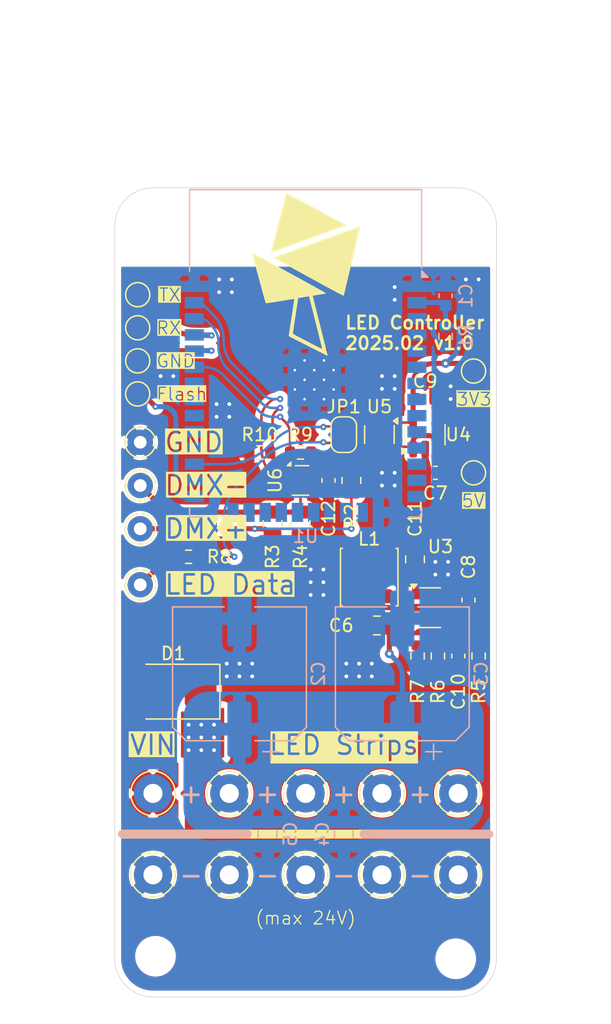
<source format=kicad_pcb>
(kicad_pcb (version 20240108) (generator "pcbnew") (generator_version "8.0")
  (layers (0 "F.Cu" signal) (31 "B.Cu" signal) (34 "B.Paste" user) (35 "F.Paste" user) (36 "B.SilkS" user "B.Silkscreen") (37 "F.SilkS" user "F.Silkscreen") (38 "B.Mask" user) (39 "F.Mask" user) (44 "Edge.Cuts" user))
  (net 0 "")
  (net 1 "Net-(U1-EN)")
  (net 2 "GND")
  (net 3 "+3V3")
  (net 10 "/LED Out")
  (net 12 "Net-(U3-SW)")
  (net 17 "Net-(U3-BOOT)")
  (net 24 "Net-(U3-FB)")
  (net 33 "DMX RX")
  (net 34 "+5V")
  (net 35 "DMX EN")
  (net 36 "DMX TX")
  (net 37 "VCC")
  (net 38 "Net-(C10-Pad1)")
  (net 39 "/Flash")
  (net 40 "/TX")
  (net 41 "/RX")
  (net 42 "/DMX A")
  (net 43 "/DMX B")
  (net 46 "/VIN")
  (net 48 "LED_Data")
  (net 49 "Net-(JP1-A)")
  (footprint "TestPoint:TestPoint_THTPad_D3.0mm_Drill1.5mm" (layer "F.Cu") (at 71.6 135.915)
    (property "Reference" "GND4" (hide yes))
    (property "Value" "TestPoint")
  )
  (footprint "Package_TO_SOT_SMD:SOT-363_SC-70-6" (layer "F.Cu") (at 77.4 101.315 -90)
    (property "Reference" "U5")
    (property "Value" "SN74LVC1T45DCK")
  )
  (footprint "TestPoint:TestPoint_THTPad_D2.0mm_Drill1.0mm" (layer "F.Cu") (at 58.6 105.315)
    (property "Reference" "DMX_B1" (hide yes))
    (property "Value" "TestPoint")
  )
  (footprint "Capacitor_SMD:C_0603_1608Metric" (layer "F.Cu") (at 81 98.515)
    (property "Reference" "C9")
    (property "Value" "1uF")
  )
  (footprint "TestPoint:TestPoint_THTPad_D3.0mm_Drill1.5mm" (layer "F.Cu") (at 77.6 135.915)
    (property "Reference" "GND5" (hide yes))
    (property "Value" "TestPoint")
  )
  (footprint "Resistor_SMD:R_0603_1608Metric" (layer "F.Cu") (at 85.2 118.715 -90)
    (property "Reference" "R5")
    (property "Value" "49.9R")
  )
  (footprint "TestPoint:TestPoint_THTPad_D3.0mm_Drill1.5mm" (layer "F.Cu") (at 59.6 135.915)
    (property "Reference" "GND2" (hide yes))
    (property "Value" "TestPoint")
  )
  (footprint "TestPoint:TestPoint_THTPad_D3.0mm_Drill1.5mm" (layer "F.Cu") (at 77.6 129.515)
    (property "Reference" "VCC5" (hide yes))
    (property "Value" "TestPoint")
  )
  (footprint "Capacitor_SMD:C_0603_1608Metric" (layer "F.Cu") (at 83.6 118.715 90)
    (property "Reference" "C10")
    (property "Value" "75p")
  )
  (footprint "Package_TO_SOT_SMD:SOT-583-8" (layer "F.Cu") (at 71.2 104.915)
    (property "Reference" "U6")
    (property "Value" "THVD1400D")
  )
  (footprint "TestPoint:TestPoint_THTPad_D3.0mm_Drill1.5mm" (layer "F.Cu") (at 65.6 135.915)
    (property "Reference" "GND3" (hide yes))
    (property "Value" "TestPoint")
  )
  (footprint "TestPoint:TestPoint_Pad_D1.5mm" (layer "F.Cu") (at 58.4 90.315)
    (property "Reference" "TX1" (hide yes))
    (property "Value" "TestPoint")
  )
  (footprint "MountingHole:MountingHole_2.7mm_M2.5" (layer "F.Cu") (at 59.8 142.315 90)
    (property "Reference" "H4" (hide yes))
    (property "Value" "MountingHole")
  )
  (footprint "Resistor_SMD:R_0603_1608Metric" (layer "F.Cu") (at 80.4 118.715 -90)
    (property "Reference" "R7")
    (property "Value" "13.3k")
  )
  (footprint "Capacitor_SMD:C_0603_1608Metric" (layer "F.Cu") (at 81.8 104.315 180)
    (property "Reference" "C7")
    (property "Value" "1uF")
  )
  (footprint "Resistor_SMD:R_0805_2012Metric" (layer "F.Cu") (at 69 108.315 90)
    (property "Reference" "R3")
    (property "Value" "120R")
  )
  (footprint "Resistor_SMD:R_0603_1608Metric" (layer "F.Cu") (at 68 102.715 180)
    (property "Reference" "R10")
    (property "Value" "10k")
  )
  (footprint "Capacitor_SMD:C_0805_2012Metric" (layer "F.Cu") (at 77.2 116.315 180)
    (property "Reference" "C6")
    (property "Value" "10u")
  )
  (footprint "Package_TO_SOT_SMD:SOT-23-5" (layer "F.Cu") (at 81 101.315 90)
    (property "Reference" "U4")
    (property "Value" "AP2112K-3.3")
  )
  (footprint "Diode_SMD:D_SMB" (layer "F.Cu") (at 61.2 121.515 180)
    (property "Reference" "D1")
    (property "Value" "D_Small")
  )
  (footprint "Capacitor_SMD:C_0805_2012Metric" (layer "F.Cu") (at 80.2 111.115 -90)
    (property "Reference" "C11")
    (property "Value" "22u")
  )
  (footprint "Resistor_SMD:R_0603_1608Metric" (layer "F.Cu") (at 62.4 110.915 180)
    (property "Reference" "R8")
    (property "Value" "100R")
  )
  (footprint "TestPoint:TestPoint_THTPad_D3.0mm_Drill1.5mm" (layer "F.Cu") (at 65.6 129.515)
    (property "Reference" "VCC3" (hide yes))
    (property "Value" "TestPoint")
  )
  (footprint "TestPoint:TestPoint_Pad_D1.5mm" (layer "F.Cu") (at 58.4 95.515)
    (property "Reference" "GND7" (hide yes))
    (property "Value" "TestPoint")
  )
  (footprint "TestPoint:TestPoint_THTPad_D2.0mm_Drill1.0mm" (layer "F.Cu") (at 58.6 113.115)
    (property "Reference" "LED_Data1" (hide yes))
    (property "Value" "TestPoint")
  )
  (footprint "TestPoint:TestPoint_THTPad_D3.0mm_Drill1.5mm" (layer "F.Cu") (at 83.6 129.515 90)
    (property "Reference" "VCC1" (hide yes))
    (property "Value" "TestPoint")
  )
  (footprint "TestPoint:TestPoint_THTPad_D2.0mm_Drill1.0mm" (layer "F.Cu") (at 58.6 101.915)
    (property "Reference" "GND6" (hide yes))
    (property "Value" "TestPoint")
  )
  (footprint "MountingHole:MountingHole_2.7mm_M2.5" (layer "F.Cu") (at 59.8 85.115)
    (property "Reference" "H1" (hide yes))
    (property "Value" "MountingHole")
  )
  (footprint "TestPoint:TestPoint_Pad_D1.5mm" (layer "F.Cu") (at 84.8 104.315)
    (property "Reference" "5V1" (hide yes))
    (property "Value" "TestPoint")
  )
  (footprint "Jumper:SolderJumper-2_P1.3mm_Open_RoundedPad1.0x1.5mm" (layer "F.Cu") (at 74.6 101.315 90)
    (property "Reference" "JP1")
    (property "Value" "noVLS")
  )
  (footprint "Capacitor_SMD:C_0603_1608Metric" (layer "F.Cu") (at 84.4 114.315 90)
    (property "Reference" "C8")
    (property "Value" "0.1u")
  )
  (footprint "TestPoint:TestPoint_Pad_D1.5mm" (layer "F.Cu") (at 84.8 96.315)
    (property "Reference" "3V1" (hide yes))
    (property "Value" "TestPoint")
  )
  (footprint "Resistor_SMD:R_0805_2012Metric" (layer "F.Cu") (at 75.2 104.915 -90)
    (property "Reference" "R2")
    (property "Value" "680R")
  )
  (footprint "Resistor_SMD:R_0603_1608Metric" (layer "F.Cu") (at 82 118.715 90)
    (property "Reference" "R6")
    (property "Value" "100k")
  )
  (footprint "MountingHole:MountingHole_2.7mm_M2.5" (layer "F.Cu") (at 83.4 142.515 90)
    (property "Reference" "H3" (hide yes))
    (property "Value" "MountingHole")
  )
  (footprint "TestPoint:TestPoint_Pad_D1.5mm" (layer "F.Cu") (at 58.4 98.115)
    (property "Reference" "Flash1" (hide yes))
    (property "Value" "TestPoint")
  )
  (footprint "TestPoint:TestPoint_THTPad_D3.0mm_Drill1.5mm" (layer "F.Cu") (at 59.6 129.515)
    (property "Reference" "VCC2" (hide yes))
    (property "Value" "TestPoint")
  )
  (footprint "Resistor_SMD:R_0603_1608Metric" (layer "F.Cu") (at 71.2 102.715 180)
    (property "Reference" "R9")
    (property "Value" "10k")
  )
  (footprint "TestPoint:TestPoint_Pad_D1.5mm" (layer "F.Cu") (at 58.4 92.915)
    (property "Reference" "RX1" (hide yes))
    (property "Value" "TestPoint")
  )
  (footprint "TestPoint:TestPoint_THTPad_D3.0mm_Drill1.5mm" (layer "F.Cu") (at 83.6 135.915 90)
    (property "Reference" "GND1" (hide yes))
    (property "Value" "TestPoint")
  )
  (footprint "TestPoint:TestPoint_THTPad_D3.0mm_Drill1.5mm" (layer "F.Cu") (at 71.6 129.515)
    (property "Reference" "VCC4" (hide yes))
    (property "Value" "TestPoint")
  )
  (footprint "Package_TO_SOT_SMD:SOT-23-6" (layer "F.Cu") (at 81.4 114.915)
    (property "Reference" "U3")
    (property "Value" "TPS54202DDC")
  )
  (footprint "LOGO" (layer "F.Cu") (at 71.6 88.715)
    (property "Reference" "G***" (hide yes))
    (property "Value" "LOGO" (hide yes))
  )
  (footprint "Capacitor_SMD:C_0603_1608Metric" (layer "F.Cu") (at 73.4 104.915 -90)
    (property "Reference" "C12")
    (property "Value" "1uF")
  )
  (footprint "Inductor_SMD:L_APV_ANR4020" (layer "F.Cu") (at 76.6 112.515 90)
    (property "Reference" "L1")
    (property "Value" "15uH")
  )
  (footprint "TestPoint:TestPoint_THTPad_D2.0mm_Drill1.0mm" (layer "F.Cu") (at 58.6 108.715)
    (property "Reference" "DMX_A1" (hide yes))
    (property "Value" "TestPoint")
  )
  (footprint "MountingHole:MountingHole_2.7mm_M2.5" (layer "F.Cu") (at 83.4 85.115)
    (property "Reference" "H2" (hide yes))
    (property "Value" "MountingHole")
  )
  (footprint "Resistor_SMD:R_0805_2012Metric" (layer "F.Cu") (at 71.2 108.315 -90)
    (property "Reference" "R4")
    (property "Value" "680R")
  )
  (footprint "Capacitor_SMD:C_0603_1608Metric" (layer "B.Cu") (at 82.6 90.4 90)
    (property "Reference" "C1")
    (property "Value" "1uF")
  )
  (footprint "Capacitor_SMD:C_0805_2012Metric" (layer "B.Cu") (at 74.6 132.715 -90)
    (property "Reference" "C4")
    (property "Value" "22u")
  )
  (footprint "Capacitor_SMD:CP_Elec_10x12.6" (layer "B.Cu") (at 79.2 120.115 90)
    (property "Reference" "C3")
    (property "Value" "1000u")
  )
  (footprint "Capacitor_SMD:C_0805_2012Metric" (layer "B.Cu") (at 68.6 132.715 -90)
    (property "Reference" "C5")
    (property "Value" "22u")
  )
  (footprint "RF_Module:ESP32-WROOM-32" (layer "B.Cu") (at 71.6 97.915 180)
    (property "Reference" "U1")
    (property "Value" "ESP32-WROOM-32")
  )
  (footprint "Capacitor_SMD:CP_Elec_10x12.6" (layer "B.Cu") (at 66.4 120.115 90)
    (property "Reference" "C2")
    (property "Value" "1000u")
  )
  (footprint "Resistor_SMD:R_0603_1608Metric" (layer "B.Cu") (at 82.6 93.6 -90)
    (property "Reference" "R1")
    (property "Value" "10k")
  )
  (gr_line (start 86 132.715) (end 76.2 132.715) (stroke (width 0.7)) (layer "B.SilkS"))
  (gr_line (start 67 132.715) (end 57.2 132.715) (stroke (width 0.7)) (layer "B.SilkS"))
  (gr_line (start 57.2 132.715) (end 86 132.715) (stroke (width 0.7)) (layer "F.SilkS"))
  (gr_arc (start 56.6 84.915) (mid 57.47868 82.79368) (end 59.6 81.915) (stroke (width 0.05)) (layer "Edge.Cuts"))
  (gr_line (start 83.6 145.515) (end 59.6 145.515) (stroke (width 0.05)) (layer "Edge.Cuts"))
  (gr_arc (start 83.6 81.915) (mid 85.72132 82.79368) (end 86.6 84.915) (stroke (width 0.05)) (layer "Edge.Cuts"))
  (gr_line (start 86.6 84.915) (end 86.6 142.515) (stroke (width 0.05)) (layer "Edge.Cuts"))
  (gr_line (start 56.6 142.515) (end 56.6 84.915) (stroke (width 0.05)) (layer "Edge.Cuts"))
  (gr_arc (start 86.6 142.515) (mid 85.72132 144.63632) (end 83.6 145.515) (stroke (width 0.05)) (layer "Edge.Cuts"))
  (gr_arc (start 59.6 145.515) (mid 57.47868 144.63632) (end 56.6 142.515) (stroke (width 0.05)) (layer "Edge.Cuts"))
  (gr_line (start 59.6 81.915) (end 83.6 81.915) (stroke (width 0.05)) (layer "Edge.Cuts"))
  (gr_text "-\n" (at 80.6 135.915 -0) (layer "B.SilkS") (effects (font (size 1.5 1.5) (thickness 0.2) (bold yes)) (justify mirror)))
  (gr_text "+\n" (at 62.6 129.515 -0) (layer "B.SilkS") (effects (font (size 1.5 1.5) (thickness 0.2) (bold yes)) (justify mirror)))
  (gr_text "-\n" (at 74.6 135.915 -0) (layer "B.SilkS") (effects (font (size 1.5 1.5) (thickness 0.2) (bold yes)) (justify mirror)))
  (gr_text "+\n" (at 80.6 129.515 -0) (layer "B.SilkS") (effects (font (size 1.5 1.5) (thickness 0.2) (bold yes)) (justify mirror)))
  (gr_text "-\n" (at 62.6 135.915 -0) (layer "B.SilkS") (effects (font (size 1.5 1.5) (thickness 0.2) (bold yes)) (justify mirror)))
  (gr_text "+\n" (at 68.6 129.515 -0) (layer "B.SilkS") (effects (font (size 1.5 1.5) (thickness 0.2) (bold yes)) (justify mirror)))
  (gr_text "-\n" (at 68.6 135.915 -0) (layer "B.SilkS") (effects (font (size 1.5 1.5) (thickness 0.2) (bold yes)) (justify mirror)))
  (gr_text "+\n" (at 74.6 129.515 -0) (layer "B.SilkS") (effects (font (size 1.5 1.5) (thickness 0.2) (bold yes)) (justify mirror)))
  (gr_text "GND" (at 59.8 96.115 0) (layer "F.SilkS" knockout) (effects (font (size 1 1) (thickness 0.1)) (justify left bottom)))
  (gr_text "DMX-\n" (at 60.4 105.315 0) (layer "F.SilkS" knockout) (effects (font (size 1.5 1.5) (thickness 0.2) (bold yes)) (justify left)))
  (gr_text "-\n" (at 74.6 135.915 0) (layer "F.SilkS") (effects (font (size 1.5 1.5) (thickness 0.2) (bold yes))))
  (gr_text "LED Data\n" (at 60.4 113.115 0) (layer "F.SilkS" knockout) (effects (font (size 1.5 1.5) (thickness 0.2) (bold yes)) (justify left)))
  (gr_text "VIN" (at 59.6 125.715 0) (layer "F.SilkS" knockout) (effects (font (size 1.5 1.5) (thickness 0.2) (bold yes))))
  (gr_text "-\n" (at 62.6 135.915 0) (layer "F.SilkS") (effects (font (size 1.5 1.5) (thickness 0.2) (bold yes))))
  (gr_text "RX" (at 59.8 93.515 0) (layer "F.SilkS" knockout) (effects (font (size 1 1) (thickness 0.1)) (justify left bottom)))
  (gr_text "-\n" (at 68.6 135.915 0) (layer "F.SilkS") (effects (font (size 1.5 1.5) (thickness 0.2) (bold yes))))
  (gr_text "LED Controller\n2025.02 v1.0" (at 74.6 94.715 0) (layer "F.SilkS") (effects (font (size 1 1) (thickness 0.2) (bold yes)) (justify left bottom)))
  (gr_text "TX" (at 60 90.915 0) (layer "F.SilkS" knockout) (effects (font (size 1 1) (thickness 0.1)) (justify left bottom)))
  (gr_text "(max 24V)\n" (at 71.6 139.315 0) (layer "F.SilkS") (effects (font (size 1 1) (thickness 0.1))))
  (gr_text "+\n" (at 80.6 129.515 0) (layer "F.SilkS") (effects (font (size 1.5 1.5) (thickness 0.2) (bold yes))))
  (gr_text "+\n" (at 68.6 129.515 0) (layer "F.SilkS") (effects (font (size 1.5 1.5) (thickness 0.2) (bold yes))))
  (gr_text "-\n" (at 80.6 135.915 0) (layer "F.SilkS") (effects (font (size 1.5 1.5) (thickness 0.2) (bold yes))))
  (gr_text "+\n" (at 62.6 129.515 0) (layer "F.SilkS") (effects (font (size 1.5 1.5) (thickness 0.2) (bold yes))))
  (gr_text "LED Strips" (at 74.6 125.715 0) (layer "F.SilkS" knockout) (effects (font (size 1.5 1.5) (thickness 0.2) (bold yes))))
  (gr_text "+\n" (at 74.6 129.515 0) (layer "F.SilkS") (effects (font (size 1.5 1.5) (thickness 0.2) (bold yes))))
  (gr_text "DMX+" (at 60.4 108.715 0) (layer "F.SilkS" knockout) (effects (font (size 1.5 1.5) (thickness 0.2) (bold yes)) (justify left)))
  (gr_text "3V3\n" (at 83.4 99.115 0) (layer "F.SilkS" knockout) (effects (font (size 1 1) (thickness 0.1)) (justify left bottom)))
  (gr_text "GND" (at 60.4 101.915 0) (layer "F.SilkS" knockout) (effects (font (size 1.5 1.5) (thickness 0.2) (bold yes)) (justify left)))
  (gr_text "5V" (at 83.8 107.115 0) (layer "F.SilkS" knockout) (effects (font (size 1 1) (thickness 0.1)) (justify left bottom)))
  (gr_text "Flash\n" (at 59.8 98.715 0) (layer "F.SilkS" knockout) (effects (font (size 1 1) (thickness 0.1)) (justify left bottom)))
  (segment (start 80.714998 92.205002) (end 80.35 92.205) (width 0.4) (layer "B.Cu") (net 1))
  (segment (start 81.338088 92.463098) (end 81.352506 92.477516) (width 0.4) (layer "B.Cu") (net 1))
  (segment (start 81.847486 93.672485) (end 82.6 94.425) (width 0.4) (layer "B.Cu") (net 1))
  (arc (start 80.714998 92.205002) (mid 81.052212 92.272079) (end 81.338088 92.463098) (width 0.4) (layer "B.Cu") (net 1))
  (arc (start 81.599996 93.075001) (mid 81.664318 93.398357) (end 81.847486 93.672485) (width 0.4) (layer "B.Cu") (net 1))
  (arc (start 81.352506 92.477516) (mid 81.535673 92.751644) (end 81.599996 93.075001) (width 0.4) (layer "B.Cu") (net 1))
  (segment (start 77.6 97.915) (end 77.8 97.715) (width 0.2) (layer "F.Cu") (net 2))
  (segment (start 73.3875 105.6775) (end 73.4 105.69) (width 0.2) (layer "F.Cu") (net 2))
  (segment (start 73.357322 105.665) (end 71.94 105.665) (width 0.2) (layer "F.Cu") (net 2))
  (segment (start 77.4 98.397842) (end 77.4 100.365) (width 0.2) (layer "F.Cu") (net 2))
  (via (at 78.6 97.715) (size 0.7) (drill 0.3) (layers "F.Cu" "B.Cu") (net 2))
  (via (at 78.6 105.315) (size 0.7) (drill 0.3) (layers "F.Cu" "B.Cu") (net 2))
  (via (at 65.6 98.915) (size 0.7) (drill 0.3) (layers "F.Cu" "B.Cu") (net 2))
  (via (at 75.8 119.315) (size 0.7) (drill 0.3) (layers "F.Cu" "B.Cu") (net 2))
  (via (at 75.8 120.315) (size 0.7) (drill 0.3) (layers "F.Cu" "B.Cu") (net 2))
  (via (at 78.6 89.715) (size 0.7) (drill 0.3) (layers "F.Cu" "B.Cu") (net 2))
  (via (at 76.8 119.315) (size 0.7) (drill 0.3) (layers "F.Cu" "B.Cu") (net 2))
  (via (at 85.2 89.115) (size 0.7) (drill 0.3) (layers "F.Cu" "B.Cu") (net 2))
  (via (at 84.2 89.115) (size 0.7) (drill 0.3) (layers "F.Cu" "B.Cu") (net 2))
  (via (at 74.8 119.315) (size 0.7) (drill 0.3) (layers "F.Cu" "B.Cu") (net 2))
  (via (at 72 113.915) (size 0.7) (drill 0.3) (layers "F.Cu" "B.Cu") (net 2))
  (via (at 82.8 112.315) (size 0.7) (drill 0.3) (layers "F.Cu" "B.Cu") (net 2))
  (via (at 77.6 97.715) (size 0.7) (drill 0.3) (layers "F.Cu" "B.Cu") (net 2))
  (via (at 65.4 119.315) (size 0.7) (drill 0.3) (layers "F.Cu" "B.Cu") (net 2))
  (via (at 77.6 105.315) (size 0.7) (drill 0.3) (layers "F.Cu" "B.Cu") (net 2))
  (via (at 66.4 119.315) (size 0.7) (drill 0.3) (layers "F.Cu" "B.Cu") (net 2))
  (via (at 78.6 96.715) (size 0.7) (drill 0.3) (layers "F.Cu" "B.Cu") (net 2))
  (via (at 82.8 111.315) (size 0.7) (drill 0.3) (layers "F.Cu" "B.Cu") (net 2))
  (via (at 64.6 99.915) (size 0.7) (drill 0.3) (layers "F.Cu" "B.Cu") (net 2))
  (via (at 77.6 96.715) (size 0.7) (drill 0.3) (layers "F.Cu" "B.Cu") (net 2))
  (via (at 72 112.915) (size 0.7) (drill 0.3) (layers "F.Cu" "B.Cu") (net 2))
  (via (at 73 111.915) (size 0.7) (drill 0.3) (layers "F.Cu" "B.Cu") (net 2))
  (via (at 81.8 112.315) (size 0.7) (drill 0.3) (layers "F.Cu" "B.Cu") (net 2))
  (via (at 65.8 89.115) (size 0.7) (drill 0.3) (layers "F.Cu" "B.Cu") (net 2))
  (via (at 64.8 89.115) (size 0.7) (drill 0.3) (layers "F.Cu" "B.Cu") (net 2))
  (via (at 61.2 96.715) (size 0.7) (drill 0.3) (layers "F.Cu" "B.Cu") (net 2))
  (via (at 72 111.915) (size 0.7) (drill 0.3) (layers "F.Cu" "B.Cu") (net 2))
  (via (at 83 98.515) (size 0.7) (drill 0.3) (layers "F.Cu" "B.Cu") (net 2))
  (via (at 64.6 98.915) (size 0.7) (drill 0.3) (layers "F.Cu" "B.Cu") (net 2))
  (via (at 66.4 120.315) (size 0.7) (drill 0.3) (layers "F.Cu" "B.Cu") (net 2))
  (via (at 65.4 120.315) (size 0.7) (drill 0.3) (layers "F.Cu" "B.Cu") (net 2))
  (via (at 67.4 119.315) (size 0.7) (drill 0.3) (layers "F.Cu" "B.Cu") (net 2))
  (via (at 65.8 90.115) (size 0.7) (drill 0.3) (layers "F.Cu" "B.Cu") (net 2))
  (via (at 60.2 96.715) (size 0.7) (drill 0.3) (layers "F.Cu" "B.Cu") (net 2))
  (via (at 73 113.915) (size 0.7) (drill 0.3) (layers "F.Cu" "B.Cu") (net 2))
  (via (at 74.8 120.315) (size 0.7) (drill 0.3) (layers "F.Cu" "B.Cu") (net 2))
  (via (at 64.8 90.115) (size 0.7) (drill 0.3) (layers "F.Cu" "B.Cu") (net 2))
  (via (at 65.6 99.915) (size 0.7) (drill 0.3) (layers "F.Cu" "B.Cu") (net 2))
  (via (at 81.8 111.315) (size 0.7) (drill 0.3) (layers "F.Cu" "B.Cu") (net 2))
  (via (at 83 97.515) (size 0.7) (drill 0.3) (layers "F.Cu" "B.Cu") (net 2))
  (via (at 78.6 90.715) (size 0.7) (drill 0.3) (layers "F.Cu" "B.Cu") (net 2))
  (via (at 67.4 120.315) (size 0.7) (drill 0.3) (layers "F.Cu" "B.Cu") (net 2))
  (via (at 76.8 120.315) (size 0.7) (drill 0.3) (layers "F.Cu" "B.Cu") (net 2))
  (via (at 78.6 104.315) (size 0.7) (drill 0.3) (layers "F.Cu" "B.Cu") (net 2))
  (via (at 77.6 104.315) (size 0.7) (drill 0.3) (layers "F.Cu" "B.Cu") (net 2))
  (via (at 73 112.915) (size 0.7) (drill 0.3) (layers "F.Cu" "B.Cu") (net 2))
  (arc (start 73.3875 105.6775) (mid 73.373654 105.668248) (end 73.357322 105.665) (width 0.2) (layer "F.Cu") (net 2))
  (arc (start 77.6 97.915) (mid 77.451978 98.136529) (end 77.4 98.397842) (width 0.2) (layer "F.Cu") (net 2))
  (segment (start 77.724999 101.696543) (end 77.486074 101.935469) (width 0.2) (layer "F.Cu") (net 3))
  (segment (start 80.05 97.336751) (end 80.05 100.044917) (width 0.4) (layer "F.Cu") (net 3))
  (segment (start 82.6 95.715) (end 81.671751 95.715) (width 0.4) (layer "F.Cu") (net 3))
  (segment (start 84.5 96.015) (end 84.8 96.315) (width 0.4) (layer "F.Cu") (net 3))
  (segment (start 83.775735 95.715) (end 82.6 95.715) (width 0.4) (layer "F.Cu") (net 3))
  (segment (start 78.05 100.911924) (end 78.05 100.365) (width 0.2) (layer "F.Cu") (net 3))
  (segment (start 79.729917 100.365) (end 78.05 100.365) (width 0.2) (layer "F.Cu") (net 3))
  (segment (start 77.4 102.143272) (end 77.4 102.265) (width 0.2) (layer "F.Cu") (net 3))
  (via (at 82.6 95.715) (size 0.7) (drill 0.3) (layers "F.Cu" "B.Cu") (net 3))
  (arc (start 77.486074 101.935469) (mid 77.422369 102.030809) (end 77.4 102.143272) (width 0.2) (layer "F.Cu") (net 3))
  (arc (start 80.525 96.19) (mid 80.173448 96.716133) (end 80.05 97.336751) (width 0.4) (layer "F.Cu") (net 3))
  (arc (start 84.5 96.015) (mid 84.167704 95.792967) (end 83.775735 95.715) (width 0.4) (layer "F.Cu") (net 3))
  (arc (start 78.05 100.911924) (mid 77.965534 101.336557) (end 77.724999 101.696543) (width 0.2) (layer "F.Cu") (net 3))
  (arc (start 80.05 100.044917) (mid 80.025635 100.167407) (end 79.95625 100.27125) (width 0.4) (layer "F.Cu") (net 3))
  (arc (start 81.671751 95.715) (mid 81.051133 95.838448) (end 80.525 96.19) (width 0.4) (layer "F.Cu") (net 3))
  (arc (start 79.95625 100.27125) (mid 79.852407 100.340635) (end 79.729917 100.365) (width 0.2) (layer "F.Cu") (net 3))
  (segment (start 83.660003 93.972158) (end 83.660003 93.304992) (width 0.4) (layer "B.Cu") (net 3))
  (segment (start 82.190293 90.935) (end 80.35 90.935) (width 0.4) (layer "B.Cu") (net 3))
  (segment (start 83.149536 95.204533) (end 82.652883 95.701186) (width 0.4) (layer "B.Cu") (net 3))
  (segment (start 82.6 92.775) (end 82.599999 91.344705) (width 0.4) (layer "B.Cu") (net 3))
  (segment (start 82.6 92.775) (end 83.130001 92.774995) (width 0.4) (layer "B.Cu") (net 3))
  (segment (start 82.619535 95.715) (end 82.6 95.715) (width 0.4) (layer "B.Cu") (net 3))
  (arc (start 82.652883 95.701186) (mid 82.637582 95.711409) (end 82.619535 95.715) (width 0.4) (layer "B.Cu") (net 3))
  (arc (start 82.479999 91.055) (mid 82.34708 90.966186) (end 82.190293 90.935) (width 0.4) (layer "B.Cu") (net 3))
  (arc (start 83.660003 93.304992) (mid 83.504768 92.930226) (end 83.130001 92.774995) (width 0.4) (layer "B.Cu") (net 3))
  (arc (start 82.479999 91.055) (mid 82.568812 91.187917) (end 82.599999 91.344705) (width 0.4) (layer "B.Cu") (net 3))
  (arc (start 83.660003 93.972158) (mid 83.527336 94.639114) (end 83.149536 95.204533) (width 0.4) (layer "B.Cu") (net 3))
  (segment (start 60.525996 111.189003) (end 58.6 113.115) (width 0.4) (layer "F.Cu") (net 10))
  (segment (start 61.1875 110.915) (end 61.575 110.915) (width 0.4) (layer "F.Cu") (net 10))
  (arc (start 61.1875 110.915) (mid 60.829496 110.986211) (end 60.525996 111.189003) (width 0.4) (layer "F.Cu") (net 10))
  (segment (start 58.6 112.705) (end 58.6 113.115) (width 0.4) (layer "B.Cu") (net 10))
  (segment (start 81.325007 114.063967) (end 81.325011 114.232158) (width 0.4) (layer "F.Cu") (net 12))
  (segment (start 77.05 114.464999) (end 76.6 114.015) (width 0.4) (layer "F.Cu") (net 12))
  (segment (start 84.262499 113.4025) (end 84.4 113.54) (width 0.4) (layer "F.Cu") (net 12))
  (segment (start 83.930544 113.265001) (end 82.123972 113.265011) (width 0.4) (layer "F.Cu") (net 12))
  (segment (start 80.759373 114.914999) (end 80.428124 114.915) (width 0.4) (layer "F.Cu") (net 12))
  (segment (start 80.428124 114.915) (end 80.262499 114.915) (width 0.4) (layer "F.Cu") (net 12))
  (segment (start 81.125007 114.715002) (end 81.042116 114.797888) (width 0.4) (layer "F.Cu") (net 12))
  (segment (start 78.136395 114.914999) (end 79.6 114.914999) (width 0.4) (layer "F.Cu") (net 12))
  (segment (start 79.6 114.914999) (end 80.262499 114.915) (width 0.4) (layer "F.Cu") (net 12))
  (arc (start 84.262499 113.4025) (mid 84.110196 113.300735) (end 83.930544 113.265001) (width 0.4) (layer "F.Cu") (net 12))
  (arc (start 81.042116 114.797888) (mid 80.912391 114.884562) (end 80.759373 114.914999) (width 0.4) (layer "F.Cu") (net 12))
  (arc (start 81.325011 114.232158) (mid 81.273034 114.493473) (end 81.125007 114.715002) (width 0.4) (layer "F.Cu") (net 12))
  (arc (start 81.559016 113.499019) (mid 81.385821 113.758218) (end 81.325007 114.063967) (width 0.4) (layer "F.Cu") (net 12))
  (arc (start 82.123972 113.265011) (mid 81.818221 113.325828) (end 81.559016 113.499019) (width 0.4) (layer "F.Cu") (net 12))
  (arc (start 77.05 114.464999) (mid 77.548442 114.798047) (end 78.136395 114.914999) (width 0.4) (layer "F.Cu") (net 12))
  (segment (start 82.906249 113.965001) (end 82.5375 113.965) (width 0.4) (layer "F.Cu") (net 17))
  (segment (start 83.535743 114.225747) (end 84.4 115.09) (width 0.4) (layer "F.Cu") (net 17))
  (arc (start 82.906249 113.965001) (mid 83.246928 114.032767) (end 83.535743 114.225747) (width 0.4) (layer "F.Cu") (net 17))
  (segment (start 82.268743 117.621247) (end 82 117.89) (width 0.4) (layer "F.Cu") (net 24))
  (segment (start 83.659999 117.915) (end 83.685 117.89) (width 0.4) (layer "F.Cu") (net 24))
  (segment (start 83.599643 117.94) (end 80.4 117.94) (width 0.4) (layer "F.Cu") (net 24))
  (segment (start 82.53749 116.972426) (end 82.5375 115.865) (width 0.4) (layer "F.Cu") (net 24))
  (arc (start 83.659999 117.915) (mid 83.632307 117.933502) (end 83.599643 117.94) (width 0.4) (layer "F.Cu") (net 24))
  (arc (start 82.53749 116.972426) (mid 82.467643 117.323564) (end 82.268743 117.621247) (width 0.4) (layer "F.Cu") (net 24))
  (segment (start 70.375 102.715) (end 70.375 104.019895) (width 0.2) (layer "F.Cu") (net 33))
  (segment (start 69.6 99.915) (end 69.9875 100.3025) (width 0.2) (layer "F.Cu") (net 33))
  (segment (start 70.375 102.715) (end 70.375 101.238007) (width 0.2) (layer "F.Cu") (net 33))
  (segment (start 70.4175 104.1225) (end 70.46 104.165) (width 0.2) (layer "F.Cu") (net 33))
  (via (at 69.6 99.915) (size 0.5) (drill 0.2) (layers "F.Cu" "B.Cu") (net 33))
  (arc (start 70.375 104.019895) (mid 70.386045 104.075424) (end 70.4175 104.1225) (width 0.2) (layer "F.Cu") (net 33))
  (arc (start 69.9875 100.3025) (mid 70.274292 100.731714) (end 70.375 101.238007) (width 0.2) (layer "F.Cu") (net 33))
  (segment (start 65.083363 96.598363) (end 67.975735 99.490735) (width 0.2) (layer "B.Cu") (net 33))
  (segment (start 69.6 99.915) (end 69 99.915) (width 0.2) (layer "B.Cu") (net 33))
  (segment (start 63.675 96.015) (end 62.85 96.015) (width 0.2) (layer "B.Cu") (net 33))
  (arc (start 65.083363 96.598363) (mid 64.4372 96.166611) (end 63.675 96.015) (width 0.2) (layer "B.Cu") (net 33))
  (arc (start 67.975735 99.490735) (mid 68.445672 99.804737) (end 69 99.915) (width 0.2) (layer "B.Cu") (net 33))
  (segment (start 71.94 103.19) (end 71.94 103.84) (width 0.2) (layer "F.Cu") (net 34))
  (segment (start 81.95 102.783749) (end 81.95 103.248058) (width 0.4) (layer "F.Cu") (net 34))
  (segment (start 80.05 101.859454) (end 80.05 102.319917) (width 0.4) (layer "F.Cu") (net 34))
  (segment (start 81.9125 110.164998) (end 80.200017 110.164979) (width 0.4) (layer "F.Cu") (net 34))
  (segment (start 76.70606 110.608931) (end 76.899998 110.415005) (width 0.4) (layer "F.Cu") (net 34))
  (segment (start 82.523743 110.165002) (end 82.276256 110.165001) (width 0.4) (layer "F.Cu") (net 34))
  (segment (start 85.300004 117.790001) (end 85.2 117.89) (width 0.4) (layer "F.Cu") (net 34))
  (segment (start 84.524996 111.040006) (end 84.091936 110.606949) (width 0.4) (layer "F.Cu") (net 34))
  (segment (start 80.175003 110.13999) (end 80.200008 110.164981) (width 0.4) (layer "F.Cu") (net 34))
  (segment (start 71.9825 102.7575) (end 72.025 102.715) (width 0.2) (layer "F.Cu") (net 34))
  (segment (start 80.217699 110.164977) (end 80.235355 110.165) (width 0.4) (layer "F.Cu") (net 34))
  (segment (start 77.262499 103.377499) (end 77.935095 102.704903) (width 0.2) (layer "F.Cu") (net 34))
  (segment (start 76.599995 110.864998) (end 76.6 111.015) (width 0.4) (layer "F.Cu") (net 34))
  (segment (start 81.95 102.12125) (end 81.95 102.072844) (width 0.4) (layer "F.Cu") (net 34))
  (segment (start 77.62427 110.115012) (end 80.114647 110.115) (width 0.4) (layer "F.Cu") (net 34))
  (segment (start 78.212499 102.265) (end 79.729917 102.265) (width 0.2) (layer "F.Cu") (net 34))
  (segment (start 80.2 110.147299) (end 80.2 110.147322) (width 0.4) (layer "F.Cu") (net 34))
  (segment (start 81.267155 101.39) (end 80.519454 101.39) (width 0.4) (layer "F.Cu") (net 34))
  (segment (start 81.9125 110.164998) (end 82.2375 110.165001) (width 0.4) (layer "F.Cu") (net 34))
  (segment (start 82.575 104.315) (end 84.8 104.315) (width 0.4) (layer "F.Cu") (net 34))
  (segment (start 82.276256 110.165001) (end 82.2375 110.165001) (width 0.4) (layer "F.Cu") (net 34))
  (segment (start 81.95 102.12125) (end 81.95 102.783749) (width 0.4) (layer "F.Cu") (net 34))
  (segment (start 71.94 104.165) (end 71.94 103.84) (width 0.2) (layer "F.Cu") (net 34))
  (segment (start 71.94 104.165) (end 75.361305 104.165) (width 0.2) (layer "F.Cu") (net 34))
  (segment (start 85.4 113.152434) (end 85.400008 117.548579) (width 0.4) (layer "F.Cu") (net 34))
  (segment (start 82.523743 110.165002) (end 83.024997 110.165007) (width 0.4) (layer "F.Cu") (net 34))
  (segment (start 82.2625 104.0025) (end 82.575 104.315) (width 0.4) (layer "F.Cu") (net 34))
  (segment (start 82.575 109.866258) (end 82.575 104.315) (width 0.4) (layer "F.Cu") (net 34))
  (segment (start 71.94 102.860104) (end 71.94 103.19) (width 0.2) (layer "F.Cu") (net 34))
  (segment (start 80.1875 110.1525) (end 80.175 110.14) (width 0.4) (layer "F.Cu") (net 34))
  (arc (start 82.276256 110.165001) (mid 82.39058 110.142261) (end 82.4875 110.077502) (width 0.4) (layer "F.Cu") (net 34))
  (arc (start 81.749999 101.59) (mid 81.528468 101.441978) (end 81.267155 101.39) (width 0.4) (layer "F.Cu") (net 34))
  (arc (start 79.95625 102.35875) (mid 79.852407 102.289364) (end 79.729917 102.265) (width 0.2) (layer "F.Cu") (net 34))
  (arc (start 78.05 102.427499) (mid 78.020137 102.577629) (end 77.935095 102.704903) (width 0.2) (layer "F.Cu") (net 34))
  (arc (start 82.4875 110.077502) (mid 82.476388 110.13336) (end 82.523743 110.165002) (width 0.4) (layer "F.Cu") (net 34))
  (arc (start 82.575 109.866258) (mid 82.552259 109.980582) (end 82.4875 110.077502) (width 0.4) (layer "F.Cu") (net 34))
  (arc (start 81.95 103.248058) (mid 82.031216 103.656359) (end 82.2625 104.0025) (width 0.4) (layer "F.Cu") (net 34))
  (arc (start 71.9825 102.7575) (mid 71.951045 102.804575) (end 71.94 102.860104) (width 0.2) (layer "F.Cu") (net 34))
  (arc (start 80.200022 110.147299) (mid 80.20001 110.147288) (end 80.2 110.147299) (width 0.4) (layer "F.Cu") (net 34))
  (arc (start 80.175003 110.13999) (mid 80.147309 110.121494) (end 80.114647 110.115) (width 0.4) (layer "F.Cu") (net 34))
  (arc (start 79.95625 102.35875) (mid 80.016098 102.370654) (end 80.05 102.319917) (width 0.2) (layer "F.Cu") (net 34))
  (arc (start 81.749999 101.59) (mid 81.898021 101.81153) (end 81.95 102.072844) (width 0.4) (layer "F.Cu") (net 34))
  (arc (start 77.262499 103.377499) (mid 76.390223 103.960335) (end 75.361305 104.165) (width 0.2) (layer "F.Cu") (net 34))
  (arc (start 80.1875 110.1525) (mid 80.19548 110.154087) (end 80.2 110.147322) (width 0.4) (layer "F.Cu") (net 34))
  (arc (start 77.62427 110.115012) (mid 77.232299 110.192978) (end 76.899998 110.415005) (width 0.4) (layer "F.Cu") (net 34))
  (arc (start 80.200022 110.147299) (mid 80.205205 110.159792) (end 80.217699 110.164977) (width 0.4) (layer "F.Cu") (net 34))
  (arc (start 80.1875 101.5275) (mid 80.085735 101.679801) (end 80.05 101.859454) (width 0.4) (layer "F.Cu") (net 34))
  (arc (start 80.519454 101.39) (mid 80.339801 101.425735) (end 80.1875 101.5275) (width 0.4) (layer "F.Cu") (net 34))
  (arc (start 78.212499 102.265) (mid 78.097594 102.312594) (end 78.05 102.427499) (width 0.2) (layer "F.Cu") (net 34))
  (arc (start 76.70606 110.608931) (mid 76.627558 110.726414) (end 76.599995 110.864998) (width 0.4) (layer "F.Cu") (net 34))
  (arc (start 83.024997 110.165007) (mid 83.60242 110.279866) (end 84.091936 110.606949) (width 0.4) (layer "F.Cu") (net 34))
  (arc (start 85.400008 117.548579) (mid 85.374018 117.679236) (end 85.300004 117.790001) (width 0.4) (layer "F.Cu") (net 34))
  (arc (start 84.524996 111.040006) (mid 85.172593 112.009195) (end 85.4 113.152434) (width 0.4) (layer "F.Cu") (net 34))
  (segment (start 69 103.104158) (end 69 100.106422) (width 0.2) (layer "F.Cu") (net 35))
  (segment (start 70.46 104.915) (end 70.46 105.165) (width 0.2) (layer "F.Cu") (net 35))
  (segment (start 69.45716 104.20784) (end 69.721392 104.472072) (width 0.2) (layer "F.Cu") (net 35))
  (segment (start 70.21 104.665) (end 70.18716 104.665) (width 0.2) (layer "F.Cu") (net 35))
  (segment (start 69.6 99.214997) (end 69.561092 99.214997) (width 0.2) (layer "F.Cu") (net 35))
  (segment (start 69.261092 99.476089) (end 69.494673 99.242508) (width 0.2) (layer "F.Cu") (net 35))
  (via (at 69.6 99.214997) (size 0.5) (drill 0.2) (layers "F.Cu" "B.Cu") (net 35))
  (arc (start 69.561092 99.214997) (mid 69.525146 99.222146) (end 69.494673 99.242508) (width 0.2) (layer "F.Cu") (net 35))
  (arc (start 69 103.104158) (mid 69.118812 103.701466) (end 69.45716 104.20784) (width 0.2) (layer "F.Cu") (net 35))
  (arc (start 70.46 104.915) (mid 70.386776 104.738223) (end 70.21 104.665) (width 0.2) (layer "F.Cu") (net 35))
  (arc (start 69.721392 104.472072) (mid 69.935088 104.614859) (end 70.18716 104.665) (width 0.2) (layer "F.Cu") (net 35))
  (arc (start 69.261092 99.476089) (mid 69.067855 99.765288) (end 69 100.106422) (width 0.2) (layer "F.Cu") (net 35))
  (segment (start 63.95696 92.494142) (end 64.208909 92.746091) (width 0.2) (layer "B.Cu") (net 35))
  (segment (start 65.512132 96.20495) (end 68.141111 98.833929) (width 0.2) (layer "B.Cu") (net 35))
  (segment (start 64.75 94.365) (end 64.75 94.0524) (width 0.2) (layer "B.Cu") (net 35))
  (segment (start 69.061089 99.214997) (end 69.6 99.214997) (width 0.2) (layer "B.Cu") (net 35))
  (segment (start 63.258909 92.205) (end 62.85 92.205) (width 0.2) (layer "B.Cu") (net 35))
  (arc (start 64.75 94.365) (mid 64.948071 95.360773) (end 65.512132 96.20495) (width 0.2) (layer "B.Cu") (net 35))
  (arc (start 68.141111 98.833929) (mid 68.5632 99.11596) (end 69.061089 99.214997) (width 0.2) (layer "B.Cu") (net 35))
  (arc (start 63.95696 92.494142) (mid 63.636691 92.280145) (end 63.258909 92.205) (width 0.2) (layer "B.Cu") (net 35))
  (arc (start 64.208909 92.746091) (mid 64.609375 93.34543) (end 64.75 94.0524) (width 0.2) (layer "B.Cu") (net 35))
  (segment (start 70.26932 105.665) (end 70.46 105.665) (width 0.2) (layer "F.Cu") (net 36))
  (segment (start 69.6 98.514994) (end 69.300003 98.514994) (width 0.2) (layer "F.Cu") (net 36))
  (segment (start 68.787876 98.727123) (end 68.562503 98.952497) (width 0.2) (layer "F.Cu") (net 36))
  (segment (start 69.943808 105.530168) (end 69.10182 104.68818) (width 0.2) (layer "F.Cu") (net 36))
  (segment (start 68.125 102.329927) (end 68.125 100.008722) (width 0.2) (layer "F.Cu") (net 36))
  (via (at 69.6 98.514994) (size 0.5) (drill 0.2) (layers "F.Cu" "B.Cu") (net 36))
  (arc (start 68.125 102.329927) (mid 68.378867 103.606204) (end 69.10182 104.68818) (width 0.2) (layer "F.Cu") (net 36))
  (arc (start 69.300003 98.514994) (mid 69.022841 98.570124) (end 68.787876 98.727123) (width 0.2) (layer "F.Cu") (net 36))
  (arc (start 69.943808 105.530168) (mid 70.093154 105.629958) (end 70.26932 105.665) (width 0.2) (layer "F.Cu") (net 36))
  (arc (start 68.562503 98.952497) (mid 68.238703 99.437097) (end 68.125 100.008722) (width 0.2) (layer "F.Cu") (net 36))
  (segment (start 69.6 98.514994) (end 69.099997 98.514994) (width 0.2) (layer "B.Cu") (net 36))
  (segment (start 68.246438 98.161438) (end 65.984386 95.899386) (width 0.2) (layer "B.Cu") (net 36))
  (segment (start 63.115 90.935) (end 62.85 90.935) (width 0.2) (layer "B.Cu") (net 36))
  (segment (start 64.315613 91.870613) (end 63.567383 91.122383) (width 0.2) (layer "B.Cu") (net 36))
  (arc (start 63.567383 91.122383) (mid 63.359827 90.983699) (end 63.115 90.935) (width 0.2) (layer "B.Cu") (net 36))
  (arc (start 64.315613 91.870613) (mid 64.933149 92.794821) (end 65.15 93.885) (width 0.2) (layer "B.Cu") (net 36))
  (arc (start 65.15 93.885) (mid 65.366849 94.975177) (end 65.984386 95.899386) (width 0.2) (layer "B.Cu") (net 36))
  (arc (start 68.246438 98.161438) (mid 68.638054 98.423107) (end 69.099997 98.514994) (width 0.2) (layer "B.Cu") (net 36))
  (segment (start 78.157967 116.323035) (end 78.157887 116.322956) (width 0.4) (layer "F.Cu") (net 37))
  (segment (start 78.174025 116.339008) (end 78.182041 116.347008) (width 0.4) (layer "F.Cu") (net 37))
  (segment (start 78.182018 118.532982) (end 78.165903 116.330955) (width 0.4) (layer "F.Cu") (net 37))
  (segment (start 80.037499 116.09) (end 80.2625 115.865) (width 0.4) (layer "F.Cu") (net 37))
  (segment (start 79.4943 116.315) (end 78.184077 116.315) (width 0.4) (layer "F.Cu") (net 37))
  (via (at 63.4 124.115) (size 0.7) (drill 0.3) (layers "F.Cu" "B.Cu") (net 37))
  (via (at 64.4 126.115) (size 0.7) (drill 0.3) (layers "F.Cu" "B.Cu") (net 37))
  (via (at 64.4 125.115) (size 0.7) (drill 0.3) (layers "F.Cu" "B.Cu") (net 37))
  (via (at 63.4 125.115) (size 0.7) (drill 0.3) (layers "F.Cu" "B.Cu") (net 37))
  (via (at 62.4 124.115) (size 0.7) (drill 0.3) (layers "F.Cu" "B.Cu") (net 37))
  (via (at 64.4 124.115) (size 0.7) (drill 0.3) (layers "F.Cu" "B.Cu") (net 37))
  (via (at 62.4 125.115) (size 0.7) (drill 0.3) (layers "F.Cu" "B.Cu") (net 37))
  (via (at 78.182018 118.532982) (size 0.7) (drill 0.3) (layers "F.Cu" "B.Cu") (net 37))
  (via (at 63.4 126.115) (size 0.7) (drill 0.3) (layers "F.Cu" "B.Cu") (net 37))
  (via (at 62.4 126.115) (size 0.7) (drill 0.3) (layers "F.Cu" "B.Cu") (net 37))
  (arc (start 80.037499 116.09) (mid 79.788277 116.256524) (end 79.4943 116.315) (width 0.4) (layer "F.Cu") (net 37))
  (arc (start 78.157967 116.323035) (mid 78.166002 116.331015) (end 78.174025 116.339008) (width 0.4) (layer "F.Cu") (net 37))
  (arc (start 78.161202 116.314951) (mid 78.156858 116.31784) (end 78.157887 116.322956) (width 0.4) (layer "F.Cu") (net 37))
  (arc (start 78.161202 116.314951) (mid 78.172639 116.314987) (end 78.184077 116.315) (width 0.4) (layer "F.Cu") (net 37))
  (segment (start 78.691011 119.041972) (end 78.182018 118.532982) (width 0.4) (layer "B.Cu") (net 37))
  (segment (start 79.200003 120.270784) (end 79.2 124.465) (width 0.4) (layer "B.Cu") (net 37))
  (arc (start 78.691011 119.041972) (mid 79.06772 119.605755) (end 79.200003 120.270784) (width 0.4) (layer "B.Cu") (net 37))
  (segment (start 82.015131 119.527556) (end 85.4 119.54) (width 0.4) (layer "F.Cu") (net 38))
  (segment (start 82.010666 119.529389) (end 82 119.54) (width 0.4) (layer "F.Cu") (net 38))
  (segment (start 82.006984 119.521996) (end 82.000039 119.515096) (width 0.4) (layer "F.Cu") (net 38))
  (arc (start 82.015131 119.527556) (mid 82.012716 119.528028) (end 82.010666 119.529389) (width 0.4) (layer "F.Cu") (net 38))
  (arc (start 82.010678 119.525692) (mid 82.012719 119.527067) (end 82.015131 119.527556) (width 0.4) (layer "F.Cu") (net 38))
  (arc (start 82.010666 119.529389) (mid 82.011437 119.527543) (end 82.010678 119.525692) (width 0.4) (layer "F.Cu") (net 38))
  (arc (start 82.006984 119.521996) (mid 82.008834 119.523841) (end 82.010678 119.525692) (width 0.4) (layer "F.Cu") (net 38))
  (segment (start 58.600002 98.114994) (end 58.4 98.115) (width 0.4) (layer "F.Cu") (net 39))
  (segment (start 58.941425 98.256411) (end 59.8 99.115) (width 0.4) (layer "F.Cu") (net 39))
  (via (at 59.8 99.115) (size 0.5) (drill 0.2) (layers "F.Cu" "B.Cu") (net 39))
  (arc (start 58.941425 98.256411) (mid 58.784779 98.151744) (end 58.600002 98.114994) (width 0.4) (layer "F.Cu") (net 39))
  (segment (start 59.8 99.115) (end 60.375734 99.115) (width 0.4) (layer "B.Cu") (net 39))
  (segment (start 61.912134 106.174999) (end 62.85 106.175) (width 0.4) (layer "B.Cu") (net 39))
  (segment (start 61.399987 105.66287) (end 61.399998 100.139264) (width 0.4) (layer "B.Cu") (net 39))
  (arc (start 61.399987 105.66287) (mid 61.438972 105.858855) (end 61.549993 106.025002) (width 0.4) (layer "B.Cu") (net 39))
  (arc (start 61.099999 99.415) (mid 61.322031 99.747295) (end 61.399998 100.139264) (width 0.4) (layer "B.Cu") (net 39))
  (arc (start 61.549993 106.025002) (mid 61.716146 106.136016) (end 61.912134 106.174999) (width 0.4) (layer "B.Cu") (net 39))
  (arc (start 61.099999 99.415) (mid 60.767703 99.192967) (end 60.375734 99.115) (width 0.4) (layer "B.Cu") (net 39))
  (segment (start 62.900001 93.514996) (end 64.2 93.515) (width 0.4) (layer "F.Cu") (net 40))
  (segment (start 60.680763 92.595756) (end 58.4 90.315) (width 0.4) (layer "F.Cu") (net 40))
  (via (at 64.2 93.515) (size 0.5) (drill 0.2) (layers "F.Cu" "B.Cu") (net 40))
  (arc (start 60.680763 92.595756) (mid 61.698958 93.276091) (end 62.900001 93.514996) (width 0.4) (layer "F.Cu") (net 40))
  (segment (start 64.131714 93.475) (end 62.892379 93.475) (width 0.4) (layer "B.Cu") (net 40))
  (segment (start 62.892379 93.475) (end 62.864188 93.475019) (width 0.4) (layer "B.Cu") (net 40))
  (segment (start 62.860053 93.485012) (end 62.89 93.515) (width 0.4) (layer "B.Cu") (net 40))
  (segment (start 64.179999 93.495) (end 64.2 93.515) (width 0.4) (layer "B.Cu") (net 40))
  (arc (start 62.864188 93.475019) (mid 62.858785 93.478635) (end 62.860053 93.485012) (width 0.4) (layer "B.Cu") (net 40))
  (arc (start 64.179999 93.495) (mid 64.157845 93.480197) (end 64.131714 93.475) (width 0.4) (layer "B.Cu") (net 40))
  (segment (start 59.3 93.814999) (end 58.4 92.915) (width 0.4) (layer "F.Cu") (net 41))
  (segment (start 64.2 94.715) (end 61.472791 94.714999) (width 0.4) (layer "F.Cu") (net 41))
  (via (at 64.2 94.715) (size 0.5) (drill 0.2) (layers "F.Cu" "B.Cu") (net 41))
  (arc (start 59.3 93.814999) (mid 60.296885 94.481096) (end 61.472791 94.714999) (width 0.4) (layer "F.Cu") (net 41))
  (segment (start 62.864999 94.729997) (end 62.85 94.745) (width 0.4) (layer "B.Cu") (net 41))
  (segment (start 64.2 94.715) (end 62.901212 94.714995) (width 0.4) (layer "B.Cu") (net 41))
  (arc (start 62.901212 94.714995) (mid 62.881613 94.718893) (end 62.864999 94.729997) (width 0.4) (layer "B.Cu") (net 41))
  (segment (start 72.542204 105.165) (end 71.94 105.165) (width 0.2) (layer "F.Cu") (net 42))
  (segment (start 75.2 108.715) (end 75.2 105.8275) (width 0.2) (layer "F.Cu") (net 42))
  (segment (start 73.684942 104.94) (end 73.085403 104.94) (width 0.2) (layer "F.Cu") (net 42))
  (segment (start 68.125107 108.715) (end 58.6 108.715) (width 0.4) (layer "F.Cu") (net 42))
  (segment (start 74.75625 105.38375) (end 75.2 105.8275) (width 0.2) (layer "F.Cu") (net 42))
  (segment (start 68.74375 108.97125) (end 69 109.2275) (width 0.4) (layer "F.Cu") (net 42))
  (via (at 75.2 108.715) (size 0.5) (drill 0.2) (layers "F.Cu" "B.Cu") (net 42))
  (via (at 67.6 108.715) (size 0.5) (drill 0.2) (layers "F.Cu" "B.Cu") (net 42))
  (arc (start 73.085403 104.94) (mid 72.938414 104.969237) (end 72.813804 105.0525) (width 0.2) (layer "F.Cu") (net 42))
  (arc (start 68.74375 108.97125) (mid 68.459914 108.781597) (end 68.125107 108.715) (width 0.4) (layer "F.Cu") (net 42))
  (arc (start 72.813804 105.0525) (mid 72.689193 105.135762) (end 72.542204 105.165) (width 0.2) (layer "F.Cu") (net 42))
  (arc (start 74.75625 105.38375) (mid 74.264729 105.055326) (end 73.684942 104.94) (width 0.2) (layer "F.Cu") (net 42))
  (segment (start 67.6 108.715) (end 75.2 108.715) (width 0.2) (layer "B.Cu") (net 42))
  (segment (start 71.74932 104.665) (end 71.94 104.665) (width 0.2) (layer "F.Cu") (net 43))
  (segment (start 59.64375 106.35875) (end 58.6 105.315) (width 0.4) (layer "F.Cu") (net 43))
  (segment (start 69.30193 107.4025) (end 71.2 107.4025) (width 0.4) (layer "F.Cu") (net 43))
  (segment (start 68.69807 107.4025) (end 69.30193 107.4025) (width 0.4) (layer "F.Cu") (net 43))
  (segment (start 69.30193 107.4025) (end 69.60386 107.4025) (width 0.2) (layer "F.Cu") (net 43))
  (segment (start 68.69807 107.4025) (end 62.163585 107.4025) (width 0.4) (layer "F.Cu") (net 43))
  (segment (start 69.30193 107.4025) (end 68.69807 107.4025) (width 0.2) (layer "F.Cu") (net 43))
  (segment (start 71.2 105.277236) (end 71.2 107.4025) (width 0.2) (layer "F.Cu") (net 43))
  (segment (start 71.379319 104.844319) (end 71.423808 104.799831) (width 0.2) (layer "F.Cu") (net 43))
  (arc (start 71.74932 104.665) (mid 71.573154 104.700041) (end 71.423808 104.799831) (width 0.2) (layer "F.Cu") (net 43))
  (arc (start 59.64375 106.35875) (mid 60.79986 107.131238) (end 62.163585 107.4025) (width 0.4) (layer "F.Cu") (net 43))
  (arc (start 69.30193 107.4025) (mid 69.30193 107.4025) (end 69.30193 107.4025) (width 0.4) (layer "F.Cu") (net 43))
  (arc (start 71.379319 104.844319) (mid 71.246603 105.042943) (end 71.2 105.277236) (width 0.2) (layer "F.Cu") (net 43))
  (segment (start 76.6 100.515) (end 76.75 100.365) (width 0.2) (layer "F.Cu") (net 48))
  (segment (start 74.6 100.665) (end 76.237867 100.665) (width 0.2) (layer "F.Cu") (net 48))
  (segment (start 74.6 100.665) (end 73.085355 100.665) (width 0.2) (layer "F.Cu") (net 48))
  (segment (start 73 100.715) (end 73.025 100.69) (width 0.2) (layer "F.Cu") (net 48))
  (via (at 73 100.715) (size 0.5) (drill 0.2) (layers "F.Cu" "B.Cu") (net 48))
  (arc (start 76.6 100.515) (mid 76.433852 100.626016) (end 76.237867 100.665) (width 0.2) (layer "F.Cu") (net 48))
  (arc (start 73.085355 100.665) (mid 73.052691 100.671497) (end 73.025 100.69) (width 0.2) (layer "F.Cu") (net 48))
  (segment (start 65.239562 103.635) (end 62.85 103.635) (width 0.2) (layer "B.Cu") (net 48))
  (segment (start 69.24296 101.696353) (end 68.764314 102.175) (width 0.2) (layer "B.Cu") (net 48))
  (segment (start 71.612157 100.715) (end 73 100.715) (width 0.2) (layer "B.Cu") (net 48))
  (arc (start 68.764314 102.175) (mid 67.147144 103.255558) (end 65.239562 103.635) (width 0.2) (layer "B.Cu") (net 48))
  (arc (start 71.612157 100.715) (mid 70.329957 100.970045) (end 69.24296 101.696353) (width 0.2) (layer "B.Cu") (net 48))
  (segment (start 76.237867 101.965) (end 74.6 101.965) (width 0.2) (layer "F.Cu") (net 49))
  (segment (start 73.085355 101.965) (end 74.6 101.965) (width 0.2) (layer "F.Cu") (net 49))
  (segment (start 66 110.915) (end 63.225 110.915) (width 0.2) (layer "F.Cu") (net 49))
  (segment (start 73.025 101.94) (end 73 101.915) (width 0.2) (layer "F.Cu") (net 49))
  (segment (start 76.6 102.115) (end 76.75 102.265) (width 0.2) (layer "F.Cu") (net 49))
  (via (at 66 110.915) (size 0.5) (drill 0.2) (layers "F.Cu" "B.Cu") (net 49))
  (via (at 73 101.915) (size 0.5) (drill 0.2) (layers "F.Cu" "B.Cu") (net 49))
  (arc (start 76.6 102.115) (mid 76.433852 102.003983) (end 76.237867 101.965) (width 0.2) (layer "F.Cu") (net 49))
  (arc (start 73.025 101.94) (mid 73.052691 101.958502) (end 73.085355 101.965) (width 0.2) (layer "F.Cu") (net 49))
  (segment (start 66 110.915) (end 65.565 110.48) (width 0.2) (layer "B.Cu") (net 49))
  (segment (start 71.295 101.915) (end 73 101.915) (width 0.2) (layer "B.Cu") (net 49))
  (segment (start 65.13 108.21) (end 65.13 109.429817) (width 0.2) (layer "B.Cu") (net 49))
  (segment (start 68.384382 103.120616) (end 66.42754 105.077459) (width 0.2) (layer "B.Cu") (net 49))
  (arc (start 71.295 101.915) (mid 69.719785 102.228329) (end 68.384382 103.120616) (width 0.2) (layer "B.Cu") (net 49))
  (arc (start 66.42754 105.077459) (mid 65.467219 106.514681) (end 65.13 108.21) (width 0.2) (layer "B.Cu") (net 49))
  (arc (start 65.13 109.429817) (mid 65.243052 109.998171) (end 65.565 110.48) (width 0.2) (layer "B.Cu") (net 49))
  (zone (net 46) (net_name "/VIN") (layer "F.Cu") (priority 2) (connect_pads (clearance 0.5)) (min_thickness 0.25) (fill yes (thermal_gap 0.5) (thermal_bridge_width 2))
    (polygon (pts (xy 57 119.715) (xy 61.6 119.715) (xy 61.6 132.715) (xy 57 132.715)))
  )
  (zone (net 37) (net_name "VCC") (layer "F.Cu") (priority 3) (connect_pads (clearance 0.5)) (min_thickness 0.25) (fill yes (thermal_gap 0.5) (thermal_bridge_width 3))
    (polygon (pts (xy 61.8 119.715) (xy 65.2 119.715) (xy 65.2 126.715) (xy 61.8 126.715)))
  )
  (zone (net 2) (net_name "GND") (layers "F&B.Cu") (connect_pads (clearance 0.4)) (min_thickness 0.2) (fill yes (thermal_gap 0.4) (thermal_bridge_width 1) (smoothing fillet) (radius 2))
    (polygon (pts (xy 55.4 81.115) (xy 87.6 81.115) (xy 87.6 146.315) (xy 55.4 146.315)))
  )
  (zone (net 37) (net_name "VCC") (layer "B.Cu") (priority 1) (connect_pads (clearance 0.5)) (min_thickness 0.25) (fill yes (thermal_gap 0.5) (thermal_bridge_width 1) (smoothing fillet) (radius 2))
    (polygon (pts (xy 62 126.715) (xy 62 121.515) (xy 85.6 121.515) (xy 85.6 132.515) (xy 62 132.715)))
  )
)
</source>
